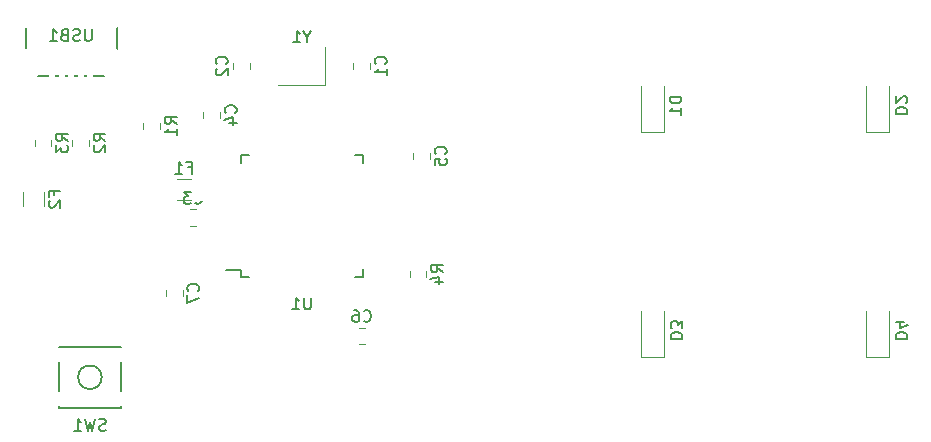
<source format=gbr>
G04 #@! TF.GenerationSoftware,KiCad,Pcbnew,(5.1.4)-1*
G04 #@! TF.CreationDate,2022-05-22T19:09:44+08:00*
G04 #@! TF.ProjectId,keyboard-pcb-tutorial,6b657962-6f61-4726-942d-7063622d7475,rev?*
G04 #@! TF.SameCoordinates,Original*
G04 #@! TF.FileFunction,Legend,Bot*
G04 #@! TF.FilePolarity,Positive*
%FSLAX46Y46*%
G04 Gerber Fmt 4.6, Leading zero omitted, Abs format (unit mm)*
G04 Created by KiCad (PCBNEW (5.1.4)-1) date 2022-05-22 19:09:44*
%MOMM*%
%LPD*%
G04 APERTURE LIST*
%ADD10C,0.120000*%
%ADD11C,0.150000*%
%ADD12C,0.100000*%
%ADD13C,1.077000*%
%ADD14C,1.852000*%
%ADD15C,2.352000*%
%ADD16C,4.089800*%
%ADD17C,2.352000*%
%ADD18C,1.352000*%
%ADD19R,1.502000X1.302000*%
%ADD20O,1.802000X2.802000*%
%ADD21R,0.602000X2.352000*%
%ADD22R,0.652000X1.602000*%
%ADD23R,1.602000X0.652000*%
%ADD24R,1.902000X1.202000*%
%ADD25R,1.302000X1.002000*%
G04 APERTURE END LIST*
D10*
X109621250Y-93127328D02*
X109621250Y-92610172D01*
X111041250Y-93127328D02*
X111041250Y-92610172D01*
X108552064Y-100128750D02*
X107347936Y-100128750D01*
X108552064Y-98308750D02*
X107347936Y-98308750D01*
X98508750Y-95508578D02*
X98508750Y-94991422D01*
X99928750Y-95508578D02*
X99928750Y-94991422D01*
X119951250Y-90391250D02*
X115951250Y-90391250D01*
X119951250Y-87091250D02*
X119951250Y-90391250D01*
D11*
X94575000Y-84137500D02*
X94575000Y-89587500D01*
X102275000Y-84137500D02*
X102275000Y-89587500D01*
X94575000Y-89587500D02*
X102275000Y-89587500D01*
X112776250Y-106041250D02*
X111501250Y-106041250D01*
X123126250Y-106616250D02*
X122451250Y-106616250D01*
X123126250Y-96266250D02*
X122451250Y-96266250D01*
X112776250Y-96266250D02*
X113451250Y-96266250D01*
X112776250Y-106616250D02*
X113451250Y-106616250D01*
X112776250Y-96266250D02*
X112776250Y-96941250D01*
X123126250Y-96266250D02*
X123126250Y-96941250D01*
X123126250Y-106616250D02*
X123126250Y-105941250D01*
X112776250Y-106616250D02*
X112776250Y-106041250D01*
X102612500Y-112493750D02*
X97412500Y-112493750D01*
X97412500Y-112493750D02*
X97412500Y-117693750D01*
X97412500Y-117693750D02*
X102612500Y-117693750D01*
X102612500Y-117693750D02*
X102612500Y-112493750D01*
X101012500Y-115093750D02*
G75*
G03X101012500Y-115093750I-1000000J0D01*
G01*
D10*
X127083750Y-106621078D02*
X127083750Y-106103922D01*
X128503750Y-106621078D02*
X128503750Y-106103922D01*
X95333750Y-95508578D02*
X95333750Y-94991422D01*
X96753750Y-95508578D02*
X96753750Y-94991422D01*
X104541250Y-94079828D02*
X104541250Y-93562672D01*
X105961250Y-94079828D02*
X105961250Y-93562672D01*
X94340000Y-100614564D02*
X94340000Y-99410436D01*
X96160000Y-100614564D02*
X96160000Y-99410436D01*
X167687500Y-113375000D02*
X167687500Y-109475000D01*
X165687500Y-113375000D02*
X165687500Y-109475000D01*
X167687500Y-113375000D02*
X165687500Y-113375000D01*
X148637500Y-113375000D02*
X148637500Y-109475000D01*
X146637500Y-113375000D02*
X146637500Y-109475000D01*
X148637500Y-113375000D02*
X146637500Y-113375000D01*
X167687500Y-94325000D02*
X167687500Y-90425000D01*
X165687500Y-94325000D02*
X165687500Y-90425000D01*
X167687500Y-94325000D02*
X165687500Y-94325000D01*
X148637500Y-94325000D02*
X148637500Y-90425000D01*
X146637500Y-94325000D02*
X146637500Y-90425000D01*
X148637500Y-94325000D02*
X146637500Y-94325000D01*
X106446250Y-108208578D02*
X106446250Y-107691422D01*
X107866250Y-108208578D02*
X107866250Y-107691422D01*
X123289828Y-112311250D02*
X122772672Y-112311250D01*
X123289828Y-110891250D02*
X122772672Y-110891250D01*
X127401250Y-96619828D02*
X127401250Y-96102672D01*
X128821250Y-96619828D02*
X128821250Y-96102672D01*
X109002328Y-102310000D02*
X108485172Y-102310000D01*
X109002328Y-100890000D02*
X108485172Y-100890000D01*
X113581250Y-88482672D02*
X113581250Y-88999828D01*
X112161250Y-88482672D02*
X112161250Y-88999828D01*
X122321250Y-88999828D02*
X122321250Y-88482672D01*
X123741250Y-88999828D02*
X123741250Y-88482672D01*
D11*
X112338392Y-92702083D02*
X112386011Y-92654464D01*
X112433630Y-92511607D01*
X112433630Y-92416369D01*
X112386011Y-92273511D01*
X112290773Y-92178273D01*
X112195535Y-92130654D01*
X112005059Y-92083035D01*
X111862202Y-92083035D01*
X111671726Y-92130654D01*
X111576488Y-92178273D01*
X111481250Y-92273511D01*
X111433630Y-92416369D01*
X111433630Y-92511607D01*
X111481250Y-92654464D01*
X111528869Y-92702083D01*
X111766964Y-93559226D02*
X112433630Y-93559226D01*
X111386011Y-93321130D02*
X112100297Y-93083035D01*
X112100297Y-93702083D01*
X108283333Y-97327321D02*
X108616666Y-97327321D01*
X108616666Y-97851130D02*
X108616666Y-96851130D01*
X108140476Y-96851130D01*
X107235714Y-97851130D02*
X107807142Y-97851130D01*
X107521428Y-97851130D02*
X107521428Y-96851130D01*
X107616666Y-96993988D01*
X107711904Y-97089226D01*
X107807142Y-97136845D01*
X101321130Y-95083333D02*
X100844940Y-94750000D01*
X101321130Y-94511904D02*
X100321130Y-94511904D01*
X100321130Y-94892857D01*
X100368750Y-94988095D01*
X100416369Y-95035714D01*
X100511607Y-95083333D01*
X100654464Y-95083333D01*
X100749702Y-95035714D01*
X100797321Y-94988095D01*
X100844940Y-94892857D01*
X100844940Y-94511904D01*
X100416369Y-95464285D02*
X100368750Y-95511904D01*
X100321130Y-95607142D01*
X100321130Y-95845238D01*
X100368750Y-95940476D01*
X100416369Y-95988095D01*
X100511607Y-96035714D01*
X100606845Y-96035714D01*
X100749702Y-95988095D01*
X101321130Y-95416666D01*
X101321130Y-96035714D01*
X118427440Y-86267440D02*
X118427440Y-86743630D01*
X118760773Y-85743630D02*
X118427440Y-86267440D01*
X118094107Y-85743630D01*
X117236964Y-86743630D02*
X117808392Y-86743630D01*
X117522678Y-86743630D02*
X117522678Y-85743630D01*
X117617916Y-85886488D01*
X117713154Y-85981726D01*
X117808392Y-86029345D01*
X100163095Y-85621880D02*
X100163095Y-86431404D01*
X100115476Y-86526642D01*
X100067857Y-86574261D01*
X99972619Y-86621880D01*
X99782142Y-86621880D01*
X99686904Y-86574261D01*
X99639285Y-86526642D01*
X99591666Y-86431404D01*
X99591666Y-85621880D01*
X99163095Y-86574261D02*
X99020238Y-86621880D01*
X98782142Y-86621880D01*
X98686904Y-86574261D01*
X98639285Y-86526642D01*
X98591666Y-86431404D01*
X98591666Y-86336166D01*
X98639285Y-86240928D01*
X98686904Y-86193309D01*
X98782142Y-86145690D01*
X98972619Y-86098071D01*
X99067857Y-86050452D01*
X99115476Y-86002833D01*
X99163095Y-85907595D01*
X99163095Y-85812357D01*
X99115476Y-85717119D01*
X99067857Y-85669500D01*
X98972619Y-85621880D01*
X98734523Y-85621880D01*
X98591666Y-85669500D01*
X97829761Y-86098071D02*
X97686904Y-86145690D01*
X97639285Y-86193309D01*
X97591666Y-86288547D01*
X97591666Y-86431404D01*
X97639285Y-86526642D01*
X97686904Y-86574261D01*
X97782142Y-86621880D01*
X98163095Y-86621880D01*
X98163095Y-85621880D01*
X97829761Y-85621880D01*
X97734523Y-85669500D01*
X97686904Y-85717119D01*
X97639285Y-85812357D01*
X97639285Y-85907595D01*
X97686904Y-86002833D01*
X97734523Y-86050452D01*
X97829761Y-86098071D01*
X98163095Y-86098071D01*
X96639285Y-86621880D02*
X97210714Y-86621880D01*
X96925000Y-86621880D02*
X96925000Y-85621880D01*
X97020238Y-85764738D01*
X97115476Y-85859976D01*
X97210714Y-85907595D01*
X118713154Y-108343630D02*
X118713154Y-109153154D01*
X118665535Y-109248392D01*
X118617916Y-109296011D01*
X118522678Y-109343630D01*
X118332202Y-109343630D01*
X118236964Y-109296011D01*
X118189345Y-109248392D01*
X118141726Y-109153154D01*
X118141726Y-108343630D01*
X117141726Y-109343630D02*
X117713154Y-109343630D01*
X117427440Y-109343630D02*
X117427440Y-108343630D01*
X117522678Y-108486488D01*
X117617916Y-108581726D01*
X117713154Y-108629345D01*
X101345833Y-119562511D02*
X101202976Y-119610130D01*
X100964880Y-119610130D01*
X100869642Y-119562511D01*
X100822023Y-119514892D01*
X100774404Y-119419654D01*
X100774404Y-119324416D01*
X100822023Y-119229178D01*
X100869642Y-119181559D01*
X100964880Y-119133940D01*
X101155357Y-119086321D01*
X101250595Y-119038702D01*
X101298214Y-118991083D01*
X101345833Y-118895845D01*
X101345833Y-118800607D01*
X101298214Y-118705369D01*
X101250595Y-118657750D01*
X101155357Y-118610130D01*
X100917261Y-118610130D01*
X100774404Y-118657750D01*
X100441071Y-118610130D02*
X100202976Y-119610130D01*
X100012500Y-118895845D01*
X99822023Y-119610130D01*
X99583928Y-118610130D01*
X98679166Y-119610130D02*
X99250595Y-119610130D01*
X98964880Y-119610130D02*
X98964880Y-118610130D01*
X99060119Y-118752988D01*
X99155357Y-118848226D01*
X99250595Y-118895845D01*
X129896130Y-106195833D02*
X129419940Y-105862500D01*
X129896130Y-105624404D02*
X128896130Y-105624404D01*
X128896130Y-106005357D01*
X128943750Y-106100595D01*
X128991369Y-106148214D01*
X129086607Y-106195833D01*
X129229464Y-106195833D01*
X129324702Y-106148214D01*
X129372321Y-106100595D01*
X129419940Y-106005357D01*
X129419940Y-105624404D01*
X129229464Y-107052976D02*
X129896130Y-107052976D01*
X128848511Y-106814880D02*
X129562797Y-106576785D01*
X129562797Y-107195833D01*
X98146130Y-95083333D02*
X97669940Y-94750000D01*
X98146130Y-94511904D02*
X97146130Y-94511904D01*
X97146130Y-94892857D01*
X97193750Y-94988095D01*
X97241369Y-95035714D01*
X97336607Y-95083333D01*
X97479464Y-95083333D01*
X97574702Y-95035714D01*
X97622321Y-94988095D01*
X97669940Y-94892857D01*
X97669940Y-94511904D01*
X97146130Y-95416666D02*
X97146130Y-96035714D01*
X97527083Y-95702380D01*
X97527083Y-95845238D01*
X97574702Y-95940476D01*
X97622321Y-95988095D01*
X97717559Y-96035714D01*
X97955654Y-96035714D01*
X98050892Y-95988095D01*
X98098511Y-95940476D01*
X98146130Y-95845238D01*
X98146130Y-95559523D01*
X98098511Y-95464285D01*
X98050892Y-95416666D01*
X107353630Y-93654583D02*
X106877440Y-93321250D01*
X107353630Y-93083154D02*
X106353630Y-93083154D01*
X106353630Y-93464107D01*
X106401250Y-93559345D01*
X106448869Y-93606964D01*
X106544107Y-93654583D01*
X106686964Y-93654583D01*
X106782202Y-93606964D01*
X106829821Y-93559345D01*
X106877440Y-93464107D01*
X106877440Y-93083154D01*
X107353630Y-94606964D02*
X107353630Y-94035535D01*
X107353630Y-94321250D02*
X106353630Y-94321250D01*
X106496488Y-94226011D01*
X106591726Y-94130773D01*
X106639345Y-94035535D01*
X96998571Y-99679166D02*
X96998571Y-99345833D01*
X97522380Y-99345833D02*
X96522380Y-99345833D01*
X96522380Y-99822023D01*
X96617619Y-100155357D02*
X96570000Y-100202976D01*
X96522380Y-100298214D01*
X96522380Y-100536309D01*
X96570000Y-100631547D01*
X96617619Y-100679166D01*
X96712857Y-100726785D01*
X96808095Y-100726785D01*
X96950952Y-100679166D01*
X97522380Y-100107738D01*
X97522380Y-100726785D01*
X168235119Y-111863095D02*
X169235119Y-111863095D01*
X169235119Y-111625000D01*
X169187500Y-111482142D01*
X169092261Y-111386904D01*
X168997023Y-111339285D01*
X168806547Y-111291666D01*
X168663690Y-111291666D01*
X168473214Y-111339285D01*
X168377976Y-111386904D01*
X168282738Y-111482142D01*
X168235119Y-111625000D01*
X168235119Y-111863095D01*
X168901785Y-110434523D02*
X168235119Y-110434523D01*
X169282738Y-110672619D02*
X168568452Y-110910714D01*
X168568452Y-110291666D01*
X149185119Y-111863095D02*
X150185119Y-111863095D01*
X150185119Y-111625000D01*
X150137500Y-111482142D01*
X150042261Y-111386904D01*
X149947023Y-111339285D01*
X149756547Y-111291666D01*
X149613690Y-111291666D01*
X149423214Y-111339285D01*
X149327976Y-111386904D01*
X149232738Y-111482142D01*
X149185119Y-111625000D01*
X149185119Y-111863095D01*
X150185119Y-110958333D02*
X150185119Y-110339285D01*
X149804166Y-110672619D01*
X149804166Y-110529761D01*
X149756547Y-110434523D01*
X149708928Y-110386904D01*
X149613690Y-110339285D01*
X149375595Y-110339285D01*
X149280357Y-110386904D01*
X149232738Y-110434523D01*
X149185119Y-110529761D01*
X149185119Y-110815476D01*
X149232738Y-110910714D01*
X149280357Y-110958333D01*
X168235119Y-92813095D02*
X169235119Y-92813095D01*
X169235119Y-92575000D01*
X169187500Y-92432142D01*
X169092261Y-92336904D01*
X168997023Y-92289285D01*
X168806547Y-92241666D01*
X168663690Y-92241666D01*
X168473214Y-92289285D01*
X168377976Y-92336904D01*
X168282738Y-92432142D01*
X168235119Y-92575000D01*
X168235119Y-92813095D01*
X169139880Y-91860714D02*
X169187500Y-91813095D01*
X169235119Y-91717857D01*
X169235119Y-91479761D01*
X169187500Y-91384523D01*
X169139880Y-91336904D01*
X169044642Y-91289285D01*
X168949404Y-91289285D01*
X168806547Y-91336904D01*
X168235119Y-91908333D01*
X168235119Y-91289285D01*
X150089880Y-91336904D02*
X149089880Y-91336904D01*
X149089880Y-91575000D01*
X149137500Y-91717857D01*
X149232738Y-91813095D01*
X149327976Y-91860714D01*
X149518452Y-91908333D01*
X149661309Y-91908333D01*
X149851785Y-91860714D01*
X149947023Y-91813095D01*
X150042261Y-91717857D01*
X150089880Y-91575000D01*
X150089880Y-91336904D01*
X150089880Y-92860714D02*
X150089880Y-92289285D01*
X150089880Y-92575000D02*
X149089880Y-92575000D01*
X149232738Y-92479761D01*
X149327976Y-92384523D01*
X149375595Y-92289285D01*
X109163392Y-107783333D02*
X109211011Y-107735714D01*
X109258630Y-107592857D01*
X109258630Y-107497619D01*
X109211011Y-107354761D01*
X109115773Y-107259523D01*
X109020535Y-107211904D01*
X108830059Y-107164285D01*
X108687202Y-107164285D01*
X108496726Y-107211904D01*
X108401488Y-107259523D01*
X108306250Y-107354761D01*
X108258630Y-107497619D01*
X108258630Y-107592857D01*
X108306250Y-107735714D01*
X108353869Y-107783333D01*
X108258630Y-108116666D02*
X108258630Y-108783333D01*
X109258630Y-108354761D01*
X123197916Y-110308392D02*
X123245535Y-110356011D01*
X123388392Y-110403630D01*
X123483630Y-110403630D01*
X123626488Y-110356011D01*
X123721726Y-110260773D01*
X123769345Y-110165535D01*
X123816964Y-109975059D01*
X123816964Y-109832202D01*
X123769345Y-109641726D01*
X123721726Y-109546488D01*
X123626488Y-109451250D01*
X123483630Y-109403630D01*
X123388392Y-109403630D01*
X123245535Y-109451250D01*
X123197916Y-109498869D01*
X122340773Y-109403630D02*
X122531250Y-109403630D01*
X122626488Y-109451250D01*
X122674107Y-109498869D01*
X122769345Y-109641726D01*
X122816964Y-109832202D01*
X122816964Y-110213154D01*
X122769345Y-110308392D01*
X122721726Y-110356011D01*
X122626488Y-110403630D01*
X122436011Y-110403630D01*
X122340773Y-110356011D01*
X122293154Y-110308392D01*
X122245535Y-110213154D01*
X122245535Y-109975059D01*
X122293154Y-109879821D01*
X122340773Y-109832202D01*
X122436011Y-109784583D01*
X122626488Y-109784583D01*
X122721726Y-109832202D01*
X122769345Y-109879821D01*
X122816964Y-109975059D01*
X130118392Y-96194583D02*
X130166011Y-96146964D01*
X130213630Y-96004107D01*
X130213630Y-95908869D01*
X130166011Y-95766011D01*
X130070773Y-95670773D01*
X129975535Y-95623154D01*
X129785059Y-95575535D01*
X129642202Y-95575535D01*
X129451726Y-95623154D01*
X129356488Y-95670773D01*
X129261250Y-95766011D01*
X129213630Y-95908869D01*
X129213630Y-96004107D01*
X129261250Y-96146964D01*
X129308869Y-96194583D01*
X129213630Y-97099345D02*
X129213630Y-96623154D01*
X129689821Y-96575535D01*
X129642202Y-96623154D01*
X129594583Y-96718392D01*
X129594583Y-96956488D01*
X129642202Y-97051726D01*
X129689821Y-97099345D01*
X129785059Y-97146964D01*
X130023154Y-97146964D01*
X130118392Y-97099345D01*
X130166011Y-97051726D01*
X130213630Y-96956488D01*
X130213630Y-96718392D01*
X130166011Y-96623154D01*
X130118392Y-96575535D01*
X108910416Y-100307142D02*
X108958035Y-100354761D01*
X109100892Y-100402380D01*
X109196130Y-100402380D01*
X109338988Y-100354761D01*
X109434226Y-100259523D01*
X109481845Y-100164285D01*
X109529464Y-99973809D01*
X109529464Y-99830952D01*
X109481845Y-99640476D01*
X109434226Y-99545238D01*
X109338988Y-99450000D01*
X109196130Y-99402380D01*
X109100892Y-99402380D01*
X108958035Y-99450000D01*
X108910416Y-99497619D01*
X108577083Y-99402380D02*
X107958035Y-99402380D01*
X108291369Y-99783333D01*
X108148511Y-99783333D01*
X108053273Y-99830952D01*
X108005654Y-99878571D01*
X107958035Y-99973809D01*
X107958035Y-100211904D01*
X108005654Y-100307142D01*
X108053273Y-100354761D01*
X108148511Y-100402380D01*
X108434226Y-100402380D01*
X108529464Y-100354761D01*
X108577083Y-100307142D01*
X111578392Y-88574583D02*
X111626011Y-88526964D01*
X111673630Y-88384107D01*
X111673630Y-88288869D01*
X111626011Y-88146011D01*
X111530773Y-88050773D01*
X111435535Y-88003154D01*
X111245059Y-87955535D01*
X111102202Y-87955535D01*
X110911726Y-88003154D01*
X110816488Y-88050773D01*
X110721250Y-88146011D01*
X110673630Y-88288869D01*
X110673630Y-88384107D01*
X110721250Y-88526964D01*
X110768869Y-88574583D01*
X110768869Y-88955535D02*
X110721250Y-89003154D01*
X110673630Y-89098392D01*
X110673630Y-89336488D01*
X110721250Y-89431726D01*
X110768869Y-89479345D01*
X110864107Y-89526964D01*
X110959345Y-89526964D01*
X111102202Y-89479345D01*
X111673630Y-88907916D01*
X111673630Y-89526964D01*
X125038392Y-88574583D02*
X125086011Y-88526964D01*
X125133630Y-88384107D01*
X125133630Y-88288869D01*
X125086011Y-88146011D01*
X124990773Y-88050773D01*
X124895535Y-88003154D01*
X124705059Y-87955535D01*
X124562202Y-87955535D01*
X124371726Y-88003154D01*
X124276488Y-88050773D01*
X124181250Y-88146011D01*
X124133630Y-88288869D01*
X124133630Y-88384107D01*
X124181250Y-88526964D01*
X124228869Y-88574583D01*
X125133630Y-89526964D02*
X125133630Y-88955535D01*
X125133630Y-89241250D02*
X124133630Y-89241250D01*
X124276488Y-89146011D01*
X124371726Y-89050773D01*
X124419345Y-88955535D01*
%LPC*%
D12*
G36*
X110839391Y-91394047D02*
G01*
X110865528Y-91397924D01*
X110891159Y-91404344D01*
X110916038Y-91413245D01*
X110939924Y-91424543D01*
X110962587Y-91438127D01*
X110983810Y-91453867D01*
X111003389Y-91471611D01*
X111021133Y-91491190D01*
X111036873Y-91512413D01*
X111050457Y-91535076D01*
X111061755Y-91558962D01*
X111070656Y-91583841D01*
X111077076Y-91609472D01*
X111080953Y-91635609D01*
X111082250Y-91662000D01*
X111082250Y-92200500D01*
X111080953Y-92226891D01*
X111077076Y-92253028D01*
X111070656Y-92278659D01*
X111061755Y-92303538D01*
X111050457Y-92327424D01*
X111036873Y-92350087D01*
X111021133Y-92371310D01*
X111003389Y-92390889D01*
X110983810Y-92408633D01*
X110962587Y-92424373D01*
X110939924Y-92437957D01*
X110916038Y-92449255D01*
X110891159Y-92458156D01*
X110865528Y-92464576D01*
X110839391Y-92468453D01*
X110813000Y-92469750D01*
X109849500Y-92469750D01*
X109823109Y-92468453D01*
X109796972Y-92464576D01*
X109771341Y-92458156D01*
X109746462Y-92449255D01*
X109722576Y-92437957D01*
X109699913Y-92424373D01*
X109678690Y-92408633D01*
X109659111Y-92390889D01*
X109641367Y-92371310D01*
X109625627Y-92350087D01*
X109612043Y-92327424D01*
X109600745Y-92303538D01*
X109591844Y-92278659D01*
X109585424Y-92253028D01*
X109581547Y-92226891D01*
X109580250Y-92200500D01*
X109580250Y-91662000D01*
X109581547Y-91635609D01*
X109585424Y-91609472D01*
X109591844Y-91583841D01*
X109600745Y-91558962D01*
X109612043Y-91535076D01*
X109625627Y-91512413D01*
X109641367Y-91491190D01*
X109659111Y-91471611D01*
X109678690Y-91453867D01*
X109699913Y-91438127D01*
X109722576Y-91424543D01*
X109746462Y-91413245D01*
X109771341Y-91404344D01*
X109796972Y-91397924D01*
X109823109Y-91394047D01*
X109849500Y-91392750D01*
X110813000Y-91392750D01*
X110839391Y-91394047D01*
X110839391Y-91394047D01*
G37*
D13*
X110331250Y-91931250D03*
D12*
G36*
X110839391Y-93269047D02*
G01*
X110865528Y-93272924D01*
X110891159Y-93279344D01*
X110916038Y-93288245D01*
X110939924Y-93299543D01*
X110962587Y-93313127D01*
X110983810Y-93328867D01*
X111003389Y-93346611D01*
X111021133Y-93366190D01*
X111036873Y-93387413D01*
X111050457Y-93410076D01*
X111061755Y-93433962D01*
X111070656Y-93458841D01*
X111077076Y-93484472D01*
X111080953Y-93510609D01*
X111082250Y-93537000D01*
X111082250Y-94075500D01*
X111080953Y-94101891D01*
X111077076Y-94128028D01*
X111070656Y-94153659D01*
X111061755Y-94178538D01*
X111050457Y-94202424D01*
X111036873Y-94225087D01*
X111021133Y-94246310D01*
X111003389Y-94265889D01*
X110983810Y-94283633D01*
X110962587Y-94299373D01*
X110939924Y-94312957D01*
X110916038Y-94324255D01*
X110891159Y-94333156D01*
X110865528Y-94339576D01*
X110839391Y-94343453D01*
X110813000Y-94344750D01*
X109849500Y-94344750D01*
X109823109Y-94343453D01*
X109796972Y-94339576D01*
X109771341Y-94333156D01*
X109746462Y-94324255D01*
X109722576Y-94312957D01*
X109699913Y-94299373D01*
X109678690Y-94283633D01*
X109659111Y-94265889D01*
X109641367Y-94246310D01*
X109625627Y-94225087D01*
X109612043Y-94202424D01*
X109600745Y-94178538D01*
X109591844Y-94153659D01*
X109585424Y-94128028D01*
X109581547Y-94101891D01*
X109580250Y-94075500D01*
X109580250Y-93537000D01*
X109581547Y-93510609D01*
X109585424Y-93484472D01*
X109591844Y-93458841D01*
X109600745Y-93433962D01*
X109612043Y-93410076D01*
X109625627Y-93387413D01*
X109641367Y-93366190D01*
X109659111Y-93346611D01*
X109678690Y-93328867D01*
X109699913Y-93313127D01*
X109722576Y-93299543D01*
X109746462Y-93288245D01*
X109771341Y-93279344D01*
X109796972Y-93272924D01*
X109823109Y-93269047D01*
X109849500Y-93267750D01*
X110813000Y-93267750D01*
X110839391Y-93269047D01*
X110839391Y-93269047D01*
G37*
D13*
X110331250Y-93806250D03*
D14*
X144780000Y-111125000D03*
X134620000Y-111125000D03*
D15*
X137200000Y-107125000D03*
D16*
X139700000Y-111125000D03*
D15*
X136545001Y-107855000D03*
D17*
X135890000Y-108585000D02*
X137200002Y-107125000D01*
D15*
X142240000Y-106045000D03*
X142220000Y-106335000D03*
D17*
X142200000Y-106625000D02*
X142240000Y-106045000D01*
D12*
G36*
X106982104Y-98294052D02*
G01*
X107008352Y-98297946D01*
X107034093Y-98304393D01*
X107059078Y-98313333D01*
X107083066Y-98324678D01*
X107105826Y-98338321D01*
X107127140Y-98354128D01*
X107146802Y-98371948D01*
X107164622Y-98391610D01*
X107180429Y-98412924D01*
X107194072Y-98435684D01*
X107205417Y-98459672D01*
X107214357Y-98484657D01*
X107220804Y-98510398D01*
X107224698Y-98536646D01*
X107226000Y-98563150D01*
X107226000Y-99874350D01*
X107224698Y-99900854D01*
X107220804Y-99927102D01*
X107214357Y-99952843D01*
X107205417Y-99977828D01*
X107194072Y-100001816D01*
X107180429Y-100024576D01*
X107164622Y-100045890D01*
X107146802Y-100065552D01*
X107127140Y-100083372D01*
X107105826Y-100099179D01*
X107083066Y-100112822D01*
X107059078Y-100124167D01*
X107034093Y-100133107D01*
X107008352Y-100139554D01*
X106982104Y-100143448D01*
X106955600Y-100144750D01*
X106144400Y-100144750D01*
X106117896Y-100143448D01*
X106091648Y-100139554D01*
X106065907Y-100133107D01*
X106040922Y-100124167D01*
X106016934Y-100112822D01*
X105994174Y-100099179D01*
X105972860Y-100083372D01*
X105953198Y-100065552D01*
X105935378Y-100045890D01*
X105919571Y-100024576D01*
X105905928Y-100001816D01*
X105894583Y-99977828D01*
X105885643Y-99952843D01*
X105879196Y-99927102D01*
X105875302Y-99900854D01*
X105874000Y-99874350D01*
X105874000Y-98563150D01*
X105875302Y-98536646D01*
X105879196Y-98510398D01*
X105885643Y-98484657D01*
X105894583Y-98459672D01*
X105905928Y-98435684D01*
X105919571Y-98412924D01*
X105935378Y-98391610D01*
X105953198Y-98371948D01*
X105972860Y-98354128D01*
X105994174Y-98338321D01*
X106016934Y-98324678D01*
X106040922Y-98313333D01*
X106065907Y-98304393D01*
X106091648Y-98297946D01*
X106117896Y-98294052D01*
X106144400Y-98292750D01*
X106955600Y-98292750D01*
X106982104Y-98294052D01*
X106982104Y-98294052D01*
G37*
D18*
X106550000Y-99218750D03*
D12*
G36*
X109782104Y-98294052D02*
G01*
X109808352Y-98297946D01*
X109834093Y-98304393D01*
X109859078Y-98313333D01*
X109883066Y-98324678D01*
X109905826Y-98338321D01*
X109927140Y-98354128D01*
X109946802Y-98371948D01*
X109964622Y-98391610D01*
X109980429Y-98412924D01*
X109994072Y-98435684D01*
X110005417Y-98459672D01*
X110014357Y-98484657D01*
X110020804Y-98510398D01*
X110024698Y-98536646D01*
X110026000Y-98563150D01*
X110026000Y-99874350D01*
X110024698Y-99900854D01*
X110020804Y-99927102D01*
X110014357Y-99952843D01*
X110005417Y-99977828D01*
X109994072Y-100001816D01*
X109980429Y-100024576D01*
X109964622Y-100045890D01*
X109946802Y-100065552D01*
X109927140Y-100083372D01*
X109905826Y-100099179D01*
X109883066Y-100112822D01*
X109859078Y-100124167D01*
X109834093Y-100133107D01*
X109808352Y-100139554D01*
X109782104Y-100143448D01*
X109755600Y-100144750D01*
X108944400Y-100144750D01*
X108917896Y-100143448D01*
X108891648Y-100139554D01*
X108865907Y-100133107D01*
X108840922Y-100124167D01*
X108816934Y-100112822D01*
X108794174Y-100099179D01*
X108772860Y-100083372D01*
X108753198Y-100065552D01*
X108735378Y-100045890D01*
X108719571Y-100024576D01*
X108705928Y-100001816D01*
X108694583Y-99977828D01*
X108685643Y-99952843D01*
X108679196Y-99927102D01*
X108675302Y-99900854D01*
X108674000Y-99874350D01*
X108674000Y-98563150D01*
X108675302Y-98536646D01*
X108679196Y-98510398D01*
X108685643Y-98484657D01*
X108694583Y-98459672D01*
X108705928Y-98435684D01*
X108719571Y-98412924D01*
X108735378Y-98391610D01*
X108753198Y-98371948D01*
X108772860Y-98354128D01*
X108794174Y-98338321D01*
X108816934Y-98324678D01*
X108840922Y-98313333D01*
X108865907Y-98304393D01*
X108891648Y-98297946D01*
X108917896Y-98294052D01*
X108944400Y-98292750D01*
X109755600Y-98292750D01*
X109782104Y-98294052D01*
X109782104Y-98294052D01*
G37*
D18*
X109350000Y-99218750D03*
D12*
G36*
X99726891Y-93775297D02*
G01*
X99753028Y-93779174D01*
X99778659Y-93785594D01*
X99803538Y-93794495D01*
X99827424Y-93805793D01*
X99850087Y-93819377D01*
X99871310Y-93835117D01*
X99890889Y-93852861D01*
X99908633Y-93872440D01*
X99924373Y-93893663D01*
X99937957Y-93916326D01*
X99949255Y-93940212D01*
X99958156Y-93965091D01*
X99964576Y-93990722D01*
X99968453Y-94016859D01*
X99969750Y-94043250D01*
X99969750Y-94581750D01*
X99968453Y-94608141D01*
X99964576Y-94634278D01*
X99958156Y-94659909D01*
X99949255Y-94684788D01*
X99937957Y-94708674D01*
X99924373Y-94731337D01*
X99908633Y-94752560D01*
X99890889Y-94772139D01*
X99871310Y-94789883D01*
X99850087Y-94805623D01*
X99827424Y-94819207D01*
X99803538Y-94830505D01*
X99778659Y-94839406D01*
X99753028Y-94845826D01*
X99726891Y-94849703D01*
X99700500Y-94851000D01*
X98737000Y-94851000D01*
X98710609Y-94849703D01*
X98684472Y-94845826D01*
X98658841Y-94839406D01*
X98633962Y-94830505D01*
X98610076Y-94819207D01*
X98587413Y-94805623D01*
X98566190Y-94789883D01*
X98546611Y-94772139D01*
X98528867Y-94752560D01*
X98513127Y-94731337D01*
X98499543Y-94708674D01*
X98488245Y-94684788D01*
X98479344Y-94659909D01*
X98472924Y-94634278D01*
X98469047Y-94608141D01*
X98467750Y-94581750D01*
X98467750Y-94043250D01*
X98469047Y-94016859D01*
X98472924Y-93990722D01*
X98479344Y-93965091D01*
X98488245Y-93940212D01*
X98499543Y-93916326D01*
X98513127Y-93893663D01*
X98528867Y-93872440D01*
X98546611Y-93852861D01*
X98566190Y-93835117D01*
X98587413Y-93819377D01*
X98610076Y-93805793D01*
X98633962Y-93794495D01*
X98658841Y-93785594D01*
X98684472Y-93779174D01*
X98710609Y-93775297D01*
X98737000Y-93774000D01*
X99700500Y-93774000D01*
X99726891Y-93775297D01*
X99726891Y-93775297D01*
G37*
D13*
X99218750Y-94312500D03*
D12*
G36*
X99726891Y-95650297D02*
G01*
X99753028Y-95654174D01*
X99778659Y-95660594D01*
X99803538Y-95669495D01*
X99827424Y-95680793D01*
X99850087Y-95694377D01*
X99871310Y-95710117D01*
X99890889Y-95727861D01*
X99908633Y-95747440D01*
X99924373Y-95768663D01*
X99937957Y-95791326D01*
X99949255Y-95815212D01*
X99958156Y-95840091D01*
X99964576Y-95865722D01*
X99968453Y-95891859D01*
X99969750Y-95918250D01*
X99969750Y-96456750D01*
X99968453Y-96483141D01*
X99964576Y-96509278D01*
X99958156Y-96534909D01*
X99949255Y-96559788D01*
X99937957Y-96583674D01*
X99924373Y-96606337D01*
X99908633Y-96627560D01*
X99890889Y-96647139D01*
X99871310Y-96664883D01*
X99850087Y-96680623D01*
X99827424Y-96694207D01*
X99803538Y-96705505D01*
X99778659Y-96714406D01*
X99753028Y-96720826D01*
X99726891Y-96724703D01*
X99700500Y-96726000D01*
X98737000Y-96726000D01*
X98710609Y-96724703D01*
X98684472Y-96720826D01*
X98658841Y-96714406D01*
X98633962Y-96705505D01*
X98610076Y-96694207D01*
X98587413Y-96680623D01*
X98566190Y-96664883D01*
X98546611Y-96647139D01*
X98528867Y-96627560D01*
X98513127Y-96606337D01*
X98499543Y-96583674D01*
X98488245Y-96559788D01*
X98479344Y-96534909D01*
X98472924Y-96509278D01*
X98469047Y-96483141D01*
X98467750Y-96456750D01*
X98467750Y-95918250D01*
X98469047Y-95891859D01*
X98472924Y-95865722D01*
X98479344Y-95840091D01*
X98488245Y-95815212D01*
X98499543Y-95791326D01*
X98513127Y-95768663D01*
X98528867Y-95747440D01*
X98546611Y-95727861D01*
X98566190Y-95710117D01*
X98587413Y-95694377D01*
X98610076Y-95680793D01*
X98633962Y-95669495D01*
X98658841Y-95660594D01*
X98684472Y-95654174D01*
X98710609Y-95650297D01*
X98737000Y-95649000D01*
X99700500Y-95649000D01*
X99726891Y-95650297D01*
X99726891Y-95650297D01*
G37*
D13*
X99218750Y-96187500D03*
D19*
X119051250Y-87891250D03*
X116851250Y-87891250D03*
X116851250Y-89591250D03*
X119051250Y-89591250D03*
D20*
X94775000Y-84137500D03*
X102075000Y-84137500D03*
X102075000Y-88637500D03*
X94775000Y-88637500D03*
D21*
X96825000Y-88637500D03*
X97625000Y-88637500D03*
X98425000Y-88637500D03*
X99225000Y-88637500D03*
X100025000Y-88637500D03*
D22*
X113951250Y-107141250D03*
X114751250Y-107141250D03*
X115551250Y-107141250D03*
X116351250Y-107141250D03*
X117151250Y-107141250D03*
X117951250Y-107141250D03*
X118751250Y-107141250D03*
X119551250Y-107141250D03*
X120351250Y-107141250D03*
X121151250Y-107141250D03*
X121951250Y-107141250D03*
D23*
X123651250Y-105441250D03*
X123651250Y-104641250D03*
X123651250Y-103841250D03*
X123651250Y-103041250D03*
X123651250Y-102241250D03*
X123651250Y-101441250D03*
X123651250Y-100641250D03*
X123651250Y-99841250D03*
X123651250Y-99041250D03*
X123651250Y-98241250D03*
X123651250Y-97441250D03*
D22*
X121951250Y-95741250D03*
X121151250Y-95741250D03*
X120351250Y-95741250D03*
X119551250Y-95741250D03*
X118751250Y-95741250D03*
X117951250Y-95741250D03*
X117151250Y-95741250D03*
X116351250Y-95741250D03*
X115551250Y-95741250D03*
X114751250Y-95741250D03*
X113951250Y-95741250D03*
D23*
X112251250Y-97441250D03*
X112251250Y-98241250D03*
X112251250Y-99041250D03*
X112251250Y-99841250D03*
X112251250Y-100641250D03*
X112251250Y-101441250D03*
X112251250Y-102241250D03*
X112251250Y-103041250D03*
X112251250Y-103841250D03*
X112251250Y-104641250D03*
X112251250Y-105441250D03*
D24*
X103112500Y-116943750D03*
X96912500Y-113243750D03*
X103112500Y-113243750D03*
X96912500Y-116943750D03*
D12*
G36*
X128301891Y-104887797D02*
G01*
X128328028Y-104891674D01*
X128353659Y-104898094D01*
X128378538Y-104906995D01*
X128402424Y-104918293D01*
X128425087Y-104931877D01*
X128446310Y-104947617D01*
X128465889Y-104965361D01*
X128483633Y-104984940D01*
X128499373Y-105006163D01*
X128512957Y-105028826D01*
X128524255Y-105052712D01*
X128533156Y-105077591D01*
X128539576Y-105103222D01*
X128543453Y-105129359D01*
X128544750Y-105155750D01*
X128544750Y-105694250D01*
X128543453Y-105720641D01*
X128539576Y-105746778D01*
X128533156Y-105772409D01*
X128524255Y-105797288D01*
X128512957Y-105821174D01*
X128499373Y-105843837D01*
X128483633Y-105865060D01*
X128465889Y-105884639D01*
X128446310Y-105902383D01*
X128425087Y-105918123D01*
X128402424Y-105931707D01*
X128378538Y-105943005D01*
X128353659Y-105951906D01*
X128328028Y-105958326D01*
X128301891Y-105962203D01*
X128275500Y-105963500D01*
X127312000Y-105963500D01*
X127285609Y-105962203D01*
X127259472Y-105958326D01*
X127233841Y-105951906D01*
X127208962Y-105943005D01*
X127185076Y-105931707D01*
X127162413Y-105918123D01*
X127141190Y-105902383D01*
X127121611Y-105884639D01*
X127103867Y-105865060D01*
X127088127Y-105843837D01*
X127074543Y-105821174D01*
X127063245Y-105797288D01*
X127054344Y-105772409D01*
X127047924Y-105746778D01*
X127044047Y-105720641D01*
X127042750Y-105694250D01*
X127042750Y-105155750D01*
X127044047Y-105129359D01*
X127047924Y-105103222D01*
X127054344Y-105077591D01*
X127063245Y-105052712D01*
X127074543Y-105028826D01*
X127088127Y-105006163D01*
X127103867Y-104984940D01*
X127121611Y-104965361D01*
X127141190Y-104947617D01*
X127162413Y-104931877D01*
X127185076Y-104918293D01*
X127208962Y-104906995D01*
X127233841Y-104898094D01*
X127259472Y-104891674D01*
X127285609Y-104887797D01*
X127312000Y-104886500D01*
X128275500Y-104886500D01*
X128301891Y-104887797D01*
X128301891Y-104887797D01*
G37*
D13*
X127793750Y-105425000D03*
D12*
G36*
X128301891Y-106762797D02*
G01*
X128328028Y-106766674D01*
X128353659Y-106773094D01*
X128378538Y-106781995D01*
X128402424Y-106793293D01*
X128425087Y-106806877D01*
X128446310Y-106822617D01*
X128465889Y-106840361D01*
X128483633Y-106859940D01*
X128499373Y-106881163D01*
X128512957Y-106903826D01*
X128524255Y-106927712D01*
X128533156Y-106952591D01*
X128539576Y-106978222D01*
X128543453Y-107004359D01*
X128544750Y-107030750D01*
X128544750Y-107569250D01*
X128543453Y-107595641D01*
X128539576Y-107621778D01*
X128533156Y-107647409D01*
X128524255Y-107672288D01*
X128512957Y-107696174D01*
X128499373Y-107718837D01*
X128483633Y-107740060D01*
X128465889Y-107759639D01*
X128446310Y-107777383D01*
X128425087Y-107793123D01*
X128402424Y-107806707D01*
X128378538Y-107818005D01*
X128353659Y-107826906D01*
X128328028Y-107833326D01*
X128301891Y-107837203D01*
X128275500Y-107838500D01*
X127312000Y-107838500D01*
X127285609Y-107837203D01*
X127259472Y-107833326D01*
X127233841Y-107826906D01*
X127208962Y-107818005D01*
X127185076Y-107806707D01*
X127162413Y-107793123D01*
X127141190Y-107777383D01*
X127121611Y-107759639D01*
X127103867Y-107740060D01*
X127088127Y-107718837D01*
X127074543Y-107696174D01*
X127063245Y-107672288D01*
X127054344Y-107647409D01*
X127047924Y-107621778D01*
X127044047Y-107595641D01*
X127042750Y-107569250D01*
X127042750Y-107030750D01*
X127044047Y-107004359D01*
X127047924Y-106978222D01*
X127054344Y-106952591D01*
X127063245Y-106927712D01*
X127074543Y-106903826D01*
X127088127Y-106881163D01*
X127103867Y-106859940D01*
X127121611Y-106840361D01*
X127141190Y-106822617D01*
X127162413Y-106806877D01*
X127185076Y-106793293D01*
X127208962Y-106781995D01*
X127233841Y-106773094D01*
X127259472Y-106766674D01*
X127285609Y-106762797D01*
X127312000Y-106761500D01*
X128275500Y-106761500D01*
X128301891Y-106762797D01*
X128301891Y-106762797D01*
G37*
D13*
X127793750Y-107300000D03*
D12*
G36*
X96551891Y-93775297D02*
G01*
X96578028Y-93779174D01*
X96603659Y-93785594D01*
X96628538Y-93794495D01*
X96652424Y-93805793D01*
X96675087Y-93819377D01*
X96696310Y-93835117D01*
X96715889Y-93852861D01*
X96733633Y-93872440D01*
X96749373Y-93893663D01*
X96762957Y-93916326D01*
X96774255Y-93940212D01*
X96783156Y-93965091D01*
X96789576Y-93990722D01*
X96793453Y-94016859D01*
X96794750Y-94043250D01*
X96794750Y-94581750D01*
X96793453Y-94608141D01*
X96789576Y-94634278D01*
X96783156Y-94659909D01*
X96774255Y-94684788D01*
X96762957Y-94708674D01*
X96749373Y-94731337D01*
X96733633Y-94752560D01*
X96715889Y-94772139D01*
X96696310Y-94789883D01*
X96675087Y-94805623D01*
X96652424Y-94819207D01*
X96628538Y-94830505D01*
X96603659Y-94839406D01*
X96578028Y-94845826D01*
X96551891Y-94849703D01*
X96525500Y-94851000D01*
X95562000Y-94851000D01*
X95535609Y-94849703D01*
X95509472Y-94845826D01*
X95483841Y-94839406D01*
X95458962Y-94830505D01*
X95435076Y-94819207D01*
X95412413Y-94805623D01*
X95391190Y-94789883D01*
X95371611Y-94772139D01*
X95353867Y-94752560D01*
X95338127Y-94731337D01*
X95324543Y-94708674D01*
X95313245Y-94684788D01*
X95304344Y-94659909D01*
X95297924Y-94634278D01*
X95294047Y-94608141D01*
X95292750Y-94581750D01*
X95292750Y-94043250D01*
X95294047Y-94016859D01*
X95297924Y-93990722D01*
X95304344Y-93965091D01*
X95313245Y-93940212D01*
X95324543Y-93916326D01*
X95338127Y-93893663D01*
X95353867Y-93872440D01*
X95371611Y-93852861D01*
X95391190Y-93835117D01*
X95412413Y-93819377D01*
X95435076Y-93805793D01*
X95458962Y-93794495D01*
X95483841Y-93785594D01*
X95509472Y-93779174D01*
X95535609Y-93775297D01*
X95562000Y-93774000D01*
X96525500Y-93774000D01*
X96551891Y-93775297D01*
X96551891Y-93775297D01*
G37*
D13*
X96043750Y-94312500D03*
D12*
G36*
X96551891Y-95650297D02*
G01*
X96578028Y-95654174D01*
X96603659Y-95660594D01*
X96628538Y-95669495D01*
X96652424Y-95680793D01*
X96675087Y-95694377D01*
X96696310Y-95710117D01*
X96715889Y-95727861D01*
X96733633Y-95747440D01*
X96749373Y-95768663D01*
X96762957Y-95791326D01*
X96774255Y-95815212D01*
X96783156Y-95840091D01*
X96789576Y-95865722D01*
X96793453Y-95891859D01*
X96794750Y-95918250D01*
X96794750Y-96456750D01*
X96793453Y-96483141D01*
X96789576Y-96509278D01*
X96783156Y-96534909D01*
X96774255Y-96559788D01*
X96762957Y-96583674D01*
X96749373Y-96606337D01*
X96733633Y-96627560D01*
X96715889Y-96647139D01*
X96696310Y-96664883D01*
X96675087Y-96680623D01*
X96652424Y-96694207D01*
X96628538Y-96705505D01*
X96603659Y-96714406D01*
X96578028Y-96720826D01*
X96551891Y-96724703D01*
X96525500Y-96726000D01*
X95562000Y-96726000D01*
X95535609Y-96724703D01*
X95509472Y-96720826D01*
X95483841Y-96714406D01*
X95458962Y-96705505D01*
X95435076Y-96694207D01*
X95412413Y-96680623D01*
X95391190Y-96664883D01*
X95371611Y-96647139D01*
X95353867Y-96627560D01*
X95338127Y-96606337D01*
X95324543Y-96583674D01*
X95313245Y-96559788D01*
X95304344Y-96534909D01*
X95297924Y-96509278D01*
X95294047Y-96483141D01*
X95292750Y-96456750D01*
X95292750Y-95918250D01*
X95294047Y-95891859D01*
X95297924Y-95865722D01*
X95304344Y-95840091D01*
X95313245Y-95815212D01*
X95324543Y-95791326D01*
X95338127Y-95768663D01*
X95353867Y-95747440D01*
X95371611Y-95727861D01*
X95391190Y-95710117D01*
X95412413Y-95694377D01*
X95435076Y-95680793D01*
X95458962Y-95669495D01*
X95483841Y-95660594D01*
X95509472Y-95654174D01*
X95535609Y-95650297D01*
X95562000Y-95649000D01*
X96525500Y-95649000D01*
X96551891Y-95650297D01*
X96551891Y-95650297D01*
G37*
D13*
X96043750Y-96187500D03*
D12*
G36*
X105759391Y-92346547D02*
G01*
X105785528Y-92350424D01*
X105811159Y-92356844D01*
X105836038Y-92365745D01*
X105859924Y-92377043D01*
X105882587Y-92390627D01*
X105903810Y-92406367D01*
X105923389Y-92424111D01*
X105941133Y-92443690D01*
X105956873Y-92464913D01*
X105970457Y-92487576D01*
X105981755Y-92511462D01*
X105990656Y-92536341D01*
X105997076Y-92561972D01*
X106000953Y-92588109D01*
X106002250Y-92614500D01*
X106002250Y-93153000D01*
X106000953Y-93179391D01*
X105997076Y-93205528D01*
X105990656Y-93231159D01*
X105981755Y-93256038D01*
X105970457Y-93279924D01*
X105956873Y-93302587D01*
X105941133Y-93323810D01*
X105923389Y-93343389D01*
X105903810Y-93361133D01*
X105882587Y-93376873D01*
X105859924Y-93390457D01*
X105836038Y-93401755D01*
X105811159Y-93410656D01*
X105785528Y-93417076D01*
X105759391Y-93420953D01*
X105733000Y-93422250D01*
X104769500Y-93422250D01*
X104743109Y-93420953D01*
X104716972Y-93417076D01*
X104691341Y-93410656D01*
X104666462Y-93401755D01*
X104642576Y-93390457D01*
X104619913Y-93376873D01*
X104598690Y-93361133D01*
X104579111Y-93343389D01*
X104561367Y-93323810D01*
X104545627Y-93302587D01*
X104532043Y-93279924D01*
X104520745Y-93256038D01*
X104511844Y-93231159D01*
X104505424Y-93205528D01*
X104501547Y-93179391D01*
X104500250Y-93153000D01*
X104500250Y-92614500D01*
X104501547Y-92588109D01*
X104505424Y-92561972D01*
X104511844Y-92536341D01*
X104520745Y-92511462D01*
X104532043Y-92487576D01*
X104545627Y-92464913D01*
X104561367Y-92443690D01*
X104579111Y-92424111D01*
X104598690Y-92406367D01*
X104619913Y-92390627D01*
X104642576Y-92377043D01*
X104666462Y-92365745D01*
X104691341Y-92356844D01*
X104716972Y-92350424D01*
X104743109Y-92346547D01*
X104769500Y-92345250D01*
X105733000Y-92345250D01*
X105759391Y-92346547D01*
X105759391Y-92346547D01*
G37*
D13*
X105251250Y-92883750D03*
D12*
G36*
X105759391Y-94221547D02*
G01*
X105785528Y-94225424D01*
X105811159Y-94231844D01*
X105836038Y-94240745D01*
X105859924Y-94252043D01*
X105882587Y-94265627D01*
X105903810Y-94281367D01*
X105923389Y-94299111D01*
X105941133Y-94318690D01*
X105956873Y-94339913D01*
X105970457Y-94362576D01*
X105981755Y-94386462D01*
X105990656Y-94411341D01*
X105997076Y-94436972D01*
X106000953Y-94463109D01*
X106002250Y-94489500D01*
X106002250Y-95028000D01*
X106000953Y-95054391D01*
X105997076Y-95080528D01*
X105990656Y-95106159D01*
X105981755Y-95131038D01*
X105970457Y-95154924D01*
X105956873Y-95177587D01*
X105941133Y-95198810D01*
X105923389Y-95218389D01*
X105903810Y-95236133D01*
X105882587Y-95251873D01*
X105859924Y-95265457D01*
X105836038Y-95276755D01*
X105811159Y-95285656D01*
X105785528Y-95292076D01*
X105759391Y-95295953D01*
X105733000Y-95297250D01*
X104769500Y-95297250D01*
X104743109Y-95295953D01*
X104716972Y-95292076D01*
X104691341Y-95285656D01*
X104666462Y-95276755D01*
X104642576Y-95265457D01*
X104619913Y-95251873D01*
X104598690Y-95236133D01*
X104579111Y-95218389D01*
X104561367Y-95198810D01*
X104545627Y-95177587D01*
X104532043Y-95154924D01*
X104520745Y-95131038D01*
X104511844Y-95106159D01*
X104505424Y-95080528D01*
X104501547Y-95054391D01*
X104500250Y-95028000D01*
X104500250Y-94489500D01*
X104501547Y-94463109D01*
X104505424Y-94436972D01*
X104511844Y-94411341D01*
X104520745Y-94386462D01*
X104532043Y-94362576D01*
X104545627Y-94339913D01*
X104561367Y-94318690D01*
X104579111Y-94299111D01*
X104598690Y-94281367D01*
X104619913Y-94265627D01*
X104642576Y-94252043D01*
X104666462Y-94240745D01*
X104691341Y-94231844D01*
X104716972Y-94225424D01*
X104743109Y-94221547D01*
X104769500Y-94220250D01*
X105733000Y-94220250D01*
X105759391Y-94221547D01*
X105759391Y-94221547D01*
G37*
D13*
X105251250Y-94758750D03*
D14*
X163830000Y-111125000D03*
X153670000Y-111125000D03*
D15*
X156250000Y-107125000D03*
D16*
X158750000Y-111125000D03*
D15*
X155595001Y-107855000D03*
D17*
X154940000Y-108585000D02*
X156250002Y-107125000D01*
D15*
X161290000Y-106045000D03*
X161270000Y-106335000D03*
D17*
X161250000Y-106625000D02*
X161290000Y-106045000D01*
D14*
X163830000Y-92075000D03*
X153670000Y-92075000D03*
D15*
X156250000Y-88075000D03*
D16*
X158750000Y-92075000D03*
D15*
X155595001Y-88805000D03*
D17*
X154940000Y-89535000D02*
X156250002Y-88075000D01*
D15*
X161290000Y-86995000D03*
X161270000Y-87285000D03*
D17*
X161250000Y-87575000D02*
X161290000Y-86995000D01*
D14*
X144780000Y-92075000D03*
X134620000Y-92075000D03*
D15*
X137200000Y-88075000D03*
D16*
X139700000Y-92075000D03*
D15*
X136545001Y-88805000D03*
D17*
X135890000Y-89535000D02*
X137200002Y-88075000D01*
D15*
X142240000Y-86995000D03*
X142220000Y-87285000D03*
D17*
X142200000Y-87575000D02*
X142240000Y-86995000D01*
D12*
G36*
X95932104Y-97937802D02*
G01*
X95958352Y-97941696D01*
X95984093Y-97948143D01*
X96009078Y-97957083D01*
X96033066Y-97968428D01*
X96055826Y-97982071D01*
X96077140Y-97997878D01*
X96096802Y-98015698D01*
X96114622Y-98035360D01*
X96130429Y-98056674D01*
X96144072Y-98079434D01*
X96155417Y-98103422D01*
X96164357Y-98128407D01*
X96170804Y-98154148D01*
X96174698Y-98180396D01*
X96176000Y-98206900D01*
X96176000Y-99018100D01*
X96174698Y-99044604D01*
X96170804Y-99070852D01*
X96164357Y-99096593D01*
X96155417Y-99121578D01*
X96144072Y-99145566D01*
X96130429Y-99168326D01*
X96114622Y-99189640D01*
X96096802Y-99209302D01*
X96077140Y-99227122D01*
X96055826Y-99242929D01*
X96033066Y-99256572D01*
X96009078Y-99267917D01*
X95984093Y-99276857D01*
X95958352Y-99283304D01*
X95932104Y-99287198D01*
X95905600Y-99288500D01*
X94594400Y-99288500D01*
X94567896Y-99287198D01*
X94541648Y-99283304D01*
X94515907Y-99276857D01*
X94490922Y-99267917D01*
X94466934Y-99256572D01*
X94444174Y-99242929D01*
X94422860Y-99227122D01*
X94403198Y-99209302D01*
X94385378Y-99189640D01*
X94369571Y-99168326D01*
X94355928Y-99145566D01*
X94344583Y-99121578D01*
X94335643Y-99096593D01*
X94329196Y-99070852D01*
X94325302Y-99044604D01*
X94324000Y-99018100D01*
X94324000Y-98206900D01*
X94325302Y-98180396D01*
X94329196Y-98154148D01*
X94335643Y-98128407D01*
X94344583Y-98103422D01*
X94355928Y-98079434D01*
X94369571Y-98056674D01*
X94385378Y-98035360D01*
X94403198Y-98015698D01*
X94422860Y-97997878D01*
X94444174Y-97982071D01*
X94466934Y-97968428D01*
X94490922Y-97957083D01*
X94515907Y-97948143D01*
X94541648Y-97941696D01*
X94567896Y-97937802D01*
X94594400Y-97936500D01*
X95905600Y-97936500D01*
X95932104Y-97937802D01*
X95932104Y-97937802D01*
G37*
D18*
X95250000Y-98612500D03*
D12*
G36*
X95932104Y-100737802D02*
G01*
X95958352Y-100741696D01*
X95984093Y-100748143D01*
X96009078Y-100757083D01*
X96033066Y-100768428D01*
X96055826Y-100782071D01*
X96077140Y-100797878D01*
X96096802Y-100815698D01*
X96114622Y-100835360D01*
X96130429Y-100856674D01*
X96144072Y-100879434D01*
X96155417Y-100903422D01*
X96164357Y-100928407D01*
X96170804Y-100954148D01*
X96174698Y-100980396D01*
X96176000Y-101006900D01*
X96176000Y-101818100D01*
X96174698Y-101844604D01*
X96170804Y-101870852D01*
X96164357Y-101896593D01*
X96155417Y-101921578D01*
X96144072Y-101945566D01*
X96130429Y-101968326D01*
X96114622Y-101989640D01*
X96096802Y-102009302D01*
X96077140Y-102027122D01*
X96055826Y-102042929D01*
X96033066Y-102056572D01*
X96009078Y-102067917D01*
X95984093Y-102076857D01*
X95958352Y-102083304D01*
X95932104Y-102087198D01*
X95905600Y-102088500D01*
X94594400Y-102088500D01*
X94567896Y-102087198D01*
X94541648Y-102083304D01*
X94515907Y-102076857D01*
X94490922Y-102067917D01*
X94466934Y-102056572D01*
X94444174Y-102042929D01*
X94422860Y-102027122D01*
X94403198Y-102009302D01*
X94385378Y-101989640D01*
X94369571Y-101968326D01*
X94355928Y-101945566D01*
X94344583Y-101921578D01*
X94335643Y-101896593D01*
X94329196Y-101870852D01*
X94325302Y-101844604D01*
X94324000Y-101818100D01*
X94324000Y-101006900D01*
X94325302Y-100980396D01*
X94329196Y-100954148D01*
X94335643Y-100928407D01*
X94344583Y-100903422D01*
X94355928Y-100879434D01*
X94369571Y-100856674D01*
X94385378Y-100835360D01*
X94403198Y-100815698D01*
X94422860Y-100797878D01*
X94444174Y-100782071D01*
X94466934Y-100768428D01*
X94490922Y-100757083D01*
X94515907Y-100748143D01*
X94541648Y-100741696D01*
X94567896Y-100737802D01*
X94594400Y-100736500D01*
X95905600Y-100736500D01*
X95932104Y-100737802D01*
X95932104Y-100737802D01*
G37*
D18*
X95250000Y-101412500D03*
D25*
X166687500Y-109475000D03*
X166687500Y-112775000D03*
X147637500Y-109475000D03*
X147637500Y-112775000D03*
X166687500Y-90425000D03*
X166687500Y-93725000D03*
X147637500Y-90425000D03*
X147637500Y-93725000D03*
D12*
G36*
X107664391Y-106475297D02*
G01*
X107690528Y-106479174D01*
X107716159Y-106485594D01*
X107741038Y-106494495D01*
X107764924Y-106505793D01*
X107787587Y-106519377D01*
X107808810Y-106535117D01*
X107828389Y-106552861D01*
X107846133Y-106572440D01*
X107861873Y-106593663D01*
X107875457Y-106616326D01*
X107886755Y-106640212D01*
X107895656Y-106665091D01*
X107902076Y-106690722D01*
X107905953Y-106716859D01*
X107907250Y-106743250D01*
X107907250Y-107281750D01*
X107905953Y-107308141D01*
X107902076Y-107334278D01*
X107895656Y-107359909D01*
X107886755Y-107384788D01*
X107875457Y-107408674D01*
X107861873Y-107431337D01*
X107846133Y-107452560D01*
X107828389Y-107472139D01*
X107808810Y-107489883D01*
X107787587Y-107505623D01*
X107764924Y-107519207D01*
X107741038Y-107530505D01*
X107716159Y-107539406D01*
X107690528Y-107545826D01*
X107664391Y-107549703D01*
X107638000Y-107551000D01*
X106674500Y-107551000D01*
X106648109Y-107549703D01*
X106621972Y-107545826D01*
X106596341Y-107539406D01*
X106571462Y-107530505D01*
X106547576Y-107519207D01*
X106524913Y-107505623D01*
X106503690Y-107489883D01*
X106484111Y-107472139D01*
X106466367Y-107452560D01*
X106450627Y-107431337D01*
X106437043Y-107408674D01*
X106425745Y-107384788D01*
X106416844Y-107359909D01*
X106410424Y-107334278D01*
X106406547Y-107308141D01*
X106405250Y-107281750D01*
X106405250Y-106743250D01*
X106406547Y-106716859D01*
X106410424Y-106690722D01*
X106416844Y-106665091D01*
X106425745Y-106640212D01*
X106437043Y-106616326D01*
X106450627Y-106593663D01*
X106466367Y-106572440D01*
X106484111Y-106552861D01*
X106503690Y-106535117D01*
X106524913Y-106519377D01*
X106547576Y-106505793D01*
X106571462Y-106494495D01*
X106596341Y-106485594D01*
X106621972Y-106479174D01*
X106648109Y-106475297D01*
X106674500Y-106474000D01*
X107638000Y-106474000D01*
X107664391Y-106475297D01*
X107664391Y-106475297D01*
G37*
D13*
X107156250Y-107012500D03*
D12*
G36*
X107664391Y-108350297D02*
G01*
X107690528Y-108354174D01*
X107716159Y-108360594D01*
X107741038Y-108369495D01*
X107764924Y-108380793D01*
X107787587Y-108394377D01*
X107808810Y-108410117D01*
X107828389Y-108427861D01*
X107846133Y-108447440D01*
X107861873Y-108468663D01*
X107875457Y-108491326D01*
X107886755Y-108515212D01*
X107895656Y-108540091D01*
X107902076Y-108565722D01*
X107905953Y-108591859D01*
X107907250Y-108618250D01*
X107907250Y-109156750D01*
X107905953Y-109183141D01*
X107902076Y-109209278D01*
X107895656Y-109234909D01*
X107886755Y-109259788D01*
X107875457Y-109283674D01*
X107861873Y-109306337D01*
X107846133Y-109327560D01*
X107828389Y-109347139D01*
X107808810Y-109364883D01*
X107787587Y-109380623D01*
X107764924Y-109394207D01*
X107741038Y-109405505D01*
X107716159Y-109414406D01*
X107690528Y-109420826D01*
X107664391Y-109424703D01*
X107638000Y-109426000D01*
X106674500Y-109426000D01*
X106648109Y-109424703D01*
X106621972Y-109420826D01*
X106596341Y-109414406D01*
X106571462Y-109405505D01*
X106547576Y-109394207D01*
X106524913Y-109380623D01*
X106503690Y-109364883D01*
X106484111Y-109347139D01*
X106466367Y-109327560D01*
X106450627Y-109306337D01*
X106437043Y-109283674D01*
X106425745Y-109259788D01*
X106416844Y-109234909D01*
X106410424Y-109209278D01*
X106406547Y-109183141D01*
X106405250Y-109156750D01*
X106405250Y-108618250D01*
X106406547Y-108591859D01*
X106410424Y-108565722D01*
X106416844Y-108540091D01*
X106425745Y-108515212D01*
X106437043Y-108491326D01*
X106450627Y-108468663D01*
X106466367Y-108447440D01*
X106484111Y-108427861D01*
X106503690Y-108410117D01*
X106524913Y-108394377D01*
X106547576Y-108380793D01*
X106571462Y-108369495D01*
X106596341Y-108360594D01*
X106621972Y-108354174D01*
X106648109Y-108350297D01*
X106674500Y-108349000D01*
X107638000Y-108349000D01*
X107664391Y-108350297D01*
X107664391Y-108350297D01*
G37*
D13*
X107156250Y-108887500D03*
D12*
G36*
X122389391Y-110851547D02*
G01*
X122415528Y-110855424D01*
X122441159Y-110861844D01*
X122466038Y-110870745D01*
X122489924Y-110882043D01*
X122512587Y-110895627D01*
X122533810Y-110911367D01*
X122553389Y-110929111D01*
X122571133Y-110948690D01*
X122586873Y-110969913D01*
X122600457Y-110992576D01*
X122611755Y-111016462D01*
X122620656Y-111041341D01*
X122627076Y-111066972D01*
X122630953Y-111093109D01*
X122632250Y-111119500D01*
X122632250Y-112083000D01*
X122630953Y-112109391D01*
X122627076Y-112135528D01*
X122620656Y-112161159D01*
X122611755Y-112186038D01*
X122600457Y-112209924D01*
X122586873Y-112232587D01*
X122571133Y-112253810D01*
X122553389Y-112273389D01*
X122533810Y-112291133D01*
X122512587Y-112306873D01*
X122489924Y-112320457D01*
X122466038Y-112331755D01*
X122441159Y-112340656D01*
X122415528Y-112347076D01*
X122389391Y-112350953D01*
X122363000Y-112352250D01*
X121824500Y-112352250D01*
X121798109Y-112350953D01*
X121771972Y-112347076D01*
X121746341Y-112340656D01*
X121721462Y-112331755D01*
X121697576Y-112320457D01*
X121674913Y-112306873D01*
X121653690Y-112291133D01*
X121634111Y-112273389D01*
X121616367Y-112253810D01*
X121600627Y-112232587D01*
X121587043Y-112209924D01*
X121575745Y-112186038D01*
X121566844Y-112161159D01*
X121560424Y-112135528D01*
X121556547Y-112109391D01*
X121555250Y-112083000D01*
X121555250Y-111119500D01*
X121556547Y-111093109D01*
X121560424Y-111066972D01*
X121566844Y-111041341D01*
X121575745Y-111016462D01*
X121587043Y-110992576D01*
X121600627Y-110969913D01*
X121616367Y-110948690D01*
X121634111Y-110929111D01*
X121653690Y-110911367D01*
X121674913Y-110895627D01*
X121697576Y-110882043D01*
X121721462Y-110870745D01*
X121746341Y-110861844D01*
X121771972Y-110855424D01*
X121798109Y-110851547D01*
X121824500Y-110850250D01*
X122363000Y-110850250D01*
X122389391Y-110851547D01*
X122389391Y-110851547D01*
G37*
D13*
X122093750Y-111601250D03*
D12*
G36*
X124264391Y-110851547D02*
G01*
X124290528Y-110855424D01*
X124316159Y-110861844D01*
X124341038Y-110870745D01*
X124364924Y-110882043D01*
X124387587Y-110895627D01*
X124408810Y-110911367D01*
X124428389Y-110929111D01*
X124446133Y-110948690D01*
X124461873Y-110969913D01*
X124475457Y-110992576D01*
X124486755Y-111016462D01*
X124495656Y-111041341D01*
X124502076Y-111066972D01*
X124505953Y-111093109D01*
X124507250Y-111119500D01*
X124507250Y-112083000D01*
X124505953Y-112109391D01*
X124502076Y-112135528D01*
X124495656Y-112161159D01*
X124486755Y-112186038D01*
X124475457Y-112209924D01*
X124461873Y-112232587D01*
X124446133Y-112253810D01*
X124428389Y-112273389D01*
X124408810Y-112291133D01*
X124387587Y-112306873D01*
X124364924Y-112320457D01*
X124341038Y-112331755D01*
X124316159Y-112340656D01*
X124290528Y-112347076D01*
X124264391Y-112350953D01*
X124238000Y-112352250D01*
X123699500Y-112352250D01*
X123673109Y-112350953D01*
X123646972Y-112347076D01*
X123621341Y-112340656D01*
X123596462Y-112331755D01*
X123572576Y-112320457D01*
X123549913Y-112306873D01*
X123528690Y-112291133D01*
X123509111Y-112273389D01*
X123491367Y-112253810D01*
X123475627Y-112232587D01*
X123462043Y-112209924D01*
X123450745Y-112186038D01*
X123441844Y-112161159D01*
X123435424Y-112135528D01*
X123431547Y-112109391D01*
X123430250Y-112083000D01*
X123430250Y-111119500D01*
X123431547Y-111093109D01*
X123435424Y-111066972D01*
X123441844Y-111041341D01*
X123450745Y-111016462D01*
X123462043Y-110992576D01*
X123475627Y-110969913D01*
X123491367Y-110948690D01*
X123509111Y-110929111D01*
X123528690Y-110911367D01*
X123549913Y-110895627D01*
X123572576Y-110882043D01*
X123596462Y-110870745D01*
X123621341Y-110861844D01*
X123646972Y-110855424D01*
X123673109Y-110851547D01*
X123699500Y-110850250D01*
X124238000Y-110850250D01*
X124264391Y-110851547D01*
X124264391Y-110851547D01*
G37*
D13*
X123968750Y-111601250D03*
D12*
G36*
X128619391Y-94886547D02*
G01*
X128645528Y-94890424D01*
X128671159Y-94896844D01*
X128696038Y-94905745D01*
X128719924Y-94917043D01*
X128742587Y-94930627D01*
X128763810Y-94946367D01*
X128783389Y-94964111D01*
X128801133Y-94983690D01*
X128816873Y-95004913D01*
X128830457Y-95027576D01*
X128841755Y-95051462D01*
X128850656Y-95076341D01*
X128857076Y-95101972D01*
X128860953Y-95128109D01*
X128862250Y-95154500D01*
X128862250Y-95693000D01*
X128860953Y-95719391D01*
X128857076Y-95745528D01*
X128850656Y-95771159D01*
X128841755Y-95796038D01*
X128830457Y-95819924D01*
X128816873Y-95842587D01*
X128801133Y-95863810D01*
X128783389Y-95883389D01*
X128763810Y-95901133D01*
X128742587Y-95916873D01*
X128719924Y-95930457D01*
X128696038Y-95941755D01*
X128671159Y-95950656D01*
X128645528Y-95957076D01*
X128619391Y-95960953D01*
X128593000Y-95962250D01*
X127629500Y-95962250D01*
X127603109Y-95960953D01*
X127576972Y-95957076D01*
X127551341Y-95950656D01*
X127526462Y-95941755D01*
X127502576Y-95930457D01*
X127479913Y-95916873D01*
X127458690Y-95901133D01*
X127439111Y-95883389D01*
X127421367Y-95863810D01*
X127405627Y-95842587D01*
X127392043Y-95819924D01*
X127380745Y-95796038D01*
X127371844Y-95771159D01*
X127365424Y-95745528D01*
X127361547Y-95719391D01*
X127360250Y-95693000D01*
X127360250Y-95154500D01*
X127361547Y-95128109D01*
X127365424Y-95101972D01*
X127371844Y-95076341D01*
X127380745Y-95051462D01*
X127392043Y-95027576D01*
X127405627Y-95004913D01*
X127421367Y-94983690D01*
X127439111Y-94964111D01*
X127458690Y-94946367D01*
X127479913Y-94930627D01*
X127502576Y-94917043D01*
X127526462Y-94905745D01*
X127551341Y-94896844D01*
X127576972Y-94890424D01*
X127603109Y-94886547D01*
X127629500Y-94885250D01*
X128593000Y-94885250D01*
X128619391Y-94886547D01*
X128619391Y-94886547D01*
G37*
D13*
X128111250Y-95423750D03*
D12*
G36*
X128619391Y-96761547D02*
G01*
X128645528Y-96765424D01*
X128671159Y-96771844D01*
X128696038Y-96780745D01*
X128719924Y-96792043D01*
X128742587Y-96805627D01*
X128763810Y-96821367D01*
X128783389Y-96839111D01*
X128801133Y-96858690D01*
X128816873Y-96879913D01*
X128830457Y-96902576D01*
X128841755Y-96926462D01*
X128850656Y-96951341D01*
X128857076Y-96976972D01*
X128860953Y-97003109D01*
X128862250Y-97029500D01*
X128862250Y-97568000D01*
X128860953Y-97594391D01*
X128857076Y-97620528D01*
X128850656Y-97646159D01*
X128841755Y-97671038D01*
X128830457Y-97694924D01*
X128816873Y-97717587D01*
X128801133Y-97738810D01*
X128783389Y-97758389D01*
X128763810Y-97776133D01*
X128742587Y-97791873D01*
X128719924Y-97805457D01*
X128696038Y-97816755D01*
X128671159Y-97825656D01*
X128645528Y-97832076D01*
X128619391Y-97835953D01*
X128593000Y-97837250D01*
X127629500Y-97837250D01*
X127603109Y-97835953D01*
X127576972Y-97832076D01*
X127551341Y-97825656D01*
X127526462Y-97816755D01*
X127502576Y-97805457D01*
X127479913Y-97791873D01*
X127458690Y-97776133D01*
X127439111Y-97758389D01*
X127421367Y-97738810D01*
X127405627Y-97717587D01*
X127392043Y-97694924D01*
X127380745Y-97671038D01*
X127371844Y-97646159D01*
X127365424Y-97620528D01*
X127361547Y-97594391D01*
X127360250Y-97568000D01*
X127360250Y-97029500D01*
X127361547Y-97003109D01*
X127365424Y-96976972D01*
X127371844Y-96951341D01*
X127380745Y-96926462D01*
X127392043Y-96902576D01*
X127405627Y-96879913D01*
X127421367Y-96858690D01*
X127439111Y-96839111D01*
X127458690Y-96821367D01*
X127479913Y-96805627D01*
X127502576Y-96792043D01*
X127526462Y-96780745D01*
X127551341Y-96771844D01*
X127576972Y-96765424D01*
X127603109Y-96761547D01*
X127629500Y-96760250D01*
X128593000Y-96760250D01*
X128619391Y-96761547D01*
X128619391Y-96761547D01*
G37*
D13*
X128111250Y-97298750D03*
D12*
G36*
X108101891Y-100850297D02*
G01*
X108128028Y-100854174D01*
X108153659Y-100860594D01*
X108178538Y-100869495D01*
X108202424Y-100880793D01*
X108225087Y-100894377D01*
X108246310Y-100910117D01*
X108265889Y-100927861D01*
X108283633Y-100947440D01*
X108299373Y-100968663D01*
X108312957Y-100991326D01*
X108324255Y-101015212D01*
X108333156Y-101040091D01*
X108339576Y-101065722D01*
X108343453Y-101091859D01*
X108344750Y-101118250D01*
X108344750Y-102081750D01*
X108343453Y-102108141D01*
X108339576Y-102134278D01*
X108333156Y-102159909D01*
X108324255Y-102184788D01*
X108312957Y-102208674D01*
X108299373Y-102231337D01*
X108283633Y-102252560D01*
X108265889Y-102272139D01*
X108246310Y-102289883D01*
X108225087Y-102305623D01*
X108202424Y-102319207D01*
X108178538Y-102330505D01*
X108153659Y-102339406D01*
X108128028Y-102345826D01*
X108101891Y-102349703D01*
X108075500Y-102351000D01*
X107537000Y-102351000D01*
X107510609Y-102349703D01*
X107484472Y-102345826D01*
X107458841Y-102339406D01*
X107433962Y-102330505D01*
X107410076Y-102319207D01*
X107387413Y-102305623D01*
X107366190Y-102289883D01*
X107346611Y-102272139D01*
X107328867Y-102252560D01*
X107313127Y-102231337D01*
X107299543Y-102208674D01*
X107288245Y-102184788D01*
X107279344Y-102159909D01*
X107272924Y-102134278D01*
X107269047Y-102108141D01*
X107267750Y-102081750D01*
X107267750Y-101118250D01*
X107269047Y-101091859D01*
X107272924Y-101065722D01*
X107279344Y-101040091D01*
X107288245Y-101015212D01*
X107299543Y-100991326D01*
X107313127Y-100968663D01*
X107328867Y-100947440D01*
X107346611Y-100927861D01*
X107366190Y-100910117D01*
X107387413Y-100894377D01*
X107410076Y-100880793D01*
X107433962Y-100869495D01*
X107458841Y-100860594D01*
X107484472Y-100854174D01*
X107510609Y-100850297D01*
X107537000Y-100849000D01*
X108075500Y-100849000D01*
X108101891Y-100850297D01*
X108101891Y-100850297D01*
G37*
D13*
X107806250Y-101600000D03*
D12*
G36*
X109976891Y-100850297D02*
G01*
X110003028Y-100854174D01*
X110028659Y-100860594D01*
X110053538Y-100869495D01*
X110077424Y-100880793D01*
X110100087Y-100894377D01*
X110121310Y-100910117D01*
X110140889Y-100927861D01*
X110158633Y-100947440D01*
X110174373Y-100968663D01*
X110187957Y-100991326D01*
X110199255Y-101015212D01*
X110208156Y-101040091D01*
X110214576Y-101065722D01*
X110218453Y-101091859D01*
X110219750Y-101118250D01*
X110219750Y-102081750D01*
X110218453Y-102108141D01*
X110214576Y-102134278D01*
X110208156Y-102159909D01*
X110199255Y-102184788D01*
X110187957Y-102208674D01*
X110174373Y-102231337D01*
X110158633Y-102252560D01*
X110140889Y-102272139D01*
X110121310Y-102289883D01*
X110100087Y-102305623D01*
X110077424Y-102319207D01*
X110053538Y-102330505D01*
X110028659Y-102339406D01*
X110003028Y-102345826D01*
X109976891Y-102349703D01*
X109950500Y-102351000D01*
X109412000Y-102351000D01*
X109385609Y-102349703D01*
X109359472Y-102345826D01*
X109333841Y-102339406D01*
X109308962Y-102330505D01*
X109285076Y-102319207D01*
X109262413Y-102305623D01*
X109241190Y-102289883D01*
X109221611Y-102272139D01*
X109203867Y-102252560D01*
X109188127Y-102231337D01*
X109174543Y-102208674D01*
X109163245Y-102184788D01*
X109154344Y-102159909D01*
X109147924Y-102134278D01*
X109144047Y-102108141D01*
X109142750Y-102081750D01*
X109142750Y-101118250D01*
X109144047Y-101091859D01*
X109147924Y-101065722D01*
X109154344Y-101040091D01*
X109163245Y-101015212D01*
X109174543Y-100991326D01*
X109188127Y-100968663D01*
X109203867Y-100947440D01*
X109221611Y-100927861D01*
X109241190Y-100910117D01*
X109262413Y-100894377D01*
X109285076Y-100880793D01*
X109308962Y-100869495D01*
X109333841Y-100860594D01*
X109359472Y-100854174D01*
X109385609Y-100850297D01*
X109412000Y-100849000D01*
X109950500Y-100849000D01*
X109976891Y-100850297D01*
X109976891Y-100850297D01*
G37*
D13*
X109681250Y-101600000D03*
D12*
G36*
X113379391Y-89141547D02*
G01*
X113405528Y-89145424D01*
X113431159Y-89151844D01*
X113456038Y-89160745D01*
X113479924Y-89172043D01*
X113502587Y-89185627D01*
X113523810Y-89201367D01*
X113543389Y-89219111D01*
X113561133Y-89238690D01*
X113576873Y-89259913D01*
X113590457Y-89282576D01*
X113601755Y-89306462D01*
X113610656Y-89331341D01*
X113617076Y-89356972D01*
X113620953Y-89383109D01*
X113622250Y-89409500D01*
X113622250Y-89948000D01*
X113620953Y-89974391D01*
X113617076Y-90000528D01*
X113610656Y-90026159D01*
X113601755Y-90051038D01*
X113590457Y-90074924D01*
X113576873Y-90097587D01*
X113561133Y-90118810D01*
X113543389Y-90138389D01*
X113523810Y-90156133D01*
X113502587Y-90171873D01*
X113479924Y-90185457D01*
X113456038Y-90196755D01*
X113431159Y-90205656D01*
X113405528Y-90212076D01*
X113379391Y-90215953D01*
X113353000Y-90217250D01*
X112389500Y-90217250D01*
X112363109Y-90215953D01*
X112336972Y-90212076D01*
X112311341Y-90205656D01*
X112286462Y-90196755D01*
X112262576Y-90185457D01*
X112239913Y-90171873D01*
X112218690Y-90156133D01*
X112199111Y-90138389D01*
X112181367Y-90118810D01*
X112165627Y-90097587D01*
X112152043Y-90074924D01*
X112140745Y-90051038D01*
X112131844Y-90026159D01*
X112125424Y-90000528D01*
X112121547Y-89974391D01*
X112120250Y-89948000D01*
X112120250Y-89409500D01*
X112121547Y-89383109D01*
X112125424Y-89356972D01*
X112131844Y-89331341D01*
X112140745Y-89306462D01*
X112152043Y-89282576D01*
X112165627Y-89259913D01*
X112181367Y-89238690D01*
X112199111Y-89219111D01*
X112218690Y-89201367D01*
X112239913Y-89185627D01*
X112262576Y-89172043D01*
X112286462Y-89160745D01*
X112311341Y-89151844D01*
X112336972Y-89145424D01*
X112363109Y-89141547D01*
X112389500Y-89140250D01*
X113353000Y-89140250D01*
X113379391Y-89141547D01*
X113379391Y-89141547D01*
G37*
D13*
X112871250Y-89678750D03*
D12*
G36*
X113379391Y-87266547D02*
G01*
X113405528Y-87270424D01*
X113431159Y-87276844D01*
X113456038Y-87285745D01*
X113479924Y-87297043D01*
X113502587Y-87310627D01*
X113523810Y-87326367D01*
X113543389Y-87344111D01*
X113561133Y-87363690D01*
X113576873Y-87384913D01*
X113590457Y-87407576D01*
X113601755Y-87431462D01*
X113610656Y-87456341D01*
X113617076Y-87481972D01*
X113620953Y-87508109D01*
X113622250Y-87534500D01*
X113622250Y-88073000D01*
X113620953Y-88099391D01*
X113617076Y-88125528D01*
X113610656Y-88151159D01*
X113601755Y-88176038D01*
X113590457Y-88199924D01*
X113576873Y-88222587D01*
X113561133Y-88243810D01*
X113543389Y-88263389D01*
X113523810Y-88281133D01*
X113502587Y-88296873D01*
X113479924Y-88310457D01*
X113456038Y-88321755D01*
X113431159Y-88330656D01*
X113405528Y-88337076D01*
X113379391Y-88340953D01*
X113353000Y-88342250D01*
X112389500Y-88342250D01*
X112363109Y-88340953D01*
X112336972Y-88337076D01*
X112311341Y-88330656D01*
X112286462Y-88321755D01*
X112262576Y-88310457D01*
X112239913Y-88296873D01*
X112218690Y-88281133D01*
X112199111Y-88263389D01*
X112181367Y-88243810D01*
X112165627Y-88222587D01*
X112152043Y-88199924D01*
X112140745Y-88176038D01*
X112131844Y-88151159D01*
X112125424Y-88125528D01*
X112121547Y-88099391D01*
X112120250Y-88073000D01*
X112120250Y-87534500D01*
X112121547Y-87508109D01*
X112125424Y-87481972D01*
X112131844Y-87456341D01*
X112140745Y-87431462D01*
X112152043Y-87407576D01*
X112165627Y-87384913D01*
X112181367Y-87363690D01*
X112199111Y-87344111D01*
X112218690Y-87326367D01*
X112239913Y-87310627D01*
X112262576Y-87297043D01*
X112286462Y-87285745D01*
X112311341Y-87276844D01*
X112336972Y-87270424D01*
X112363109Y-87266547D01*
X112389500Y-87265250D01*
X113353000Y-87265250D01*
X113379391Y-87266547D01*
X113379391Y-87266547D01*
G37*
D13*
X112871250Y-87803750D03*
D12*
G36*
X123539391Y-87266547D02*
G01*
X123565528Y-87270424D01*
X123591159Y-87276844D01*
X123616038Y-87285745D01*
X123639924Y-87297043D01*
X123662587Y-87310627D01*
X123683810Y-87326367D01*
X123703389Y-87344111D01*
X123721133Y-87363690D01*
X123736873Y-87384913D01*
X123750457Y-87407576D01*
X123761755Y-87431462D01*
X123770656Y-87456341D01*
X123777076Y-87481972D01*
X123780953Y-87508109D01*
X123782250Y-87534500D01*
X123782250Y-88073000D01*
X123780953Y-88099391D01*
X123777076Y-88125528D01*
X123770656Y-88151159D01*
X123761755Y-88176038D01*
X123750457Y-88199924D01*
X123736873Y-88222587D01*
X123721133Y-88243810D01*
X123703389Y-88263389D01*
X123683810Y-88281133D01*
X123662587Y-88296873D01*
X123639924Y-88310457D01*
X123616038Y-88321755D01*
X123591159Y-88330656D01*
X123565528Y-88337076D01*
X123539391Y-88340953D01*
X123513000Y-88342250D01*
X122549500Y-88342250D01*
X122523109Y-88340953D01*
X122496972Y-88337076D01*
X122471341Y-88330656D01*
X122446462Y-88321755D01*
X122422576Y-88310457D01*
X122399913Y-88296873D01*
X122378690Y-88281133D01*
X122359111Y-88263389D01*
X122341367Y-88243810D01*
X122325627Y-88222587D01*
X122312043Y-88199924D01*
X122300745Y-88176038D01*
X122291844Y-88151159D01*
X122285424Y-88125528D01*
X122281547Y-88099391D01*
X122280250Y-88073000D01*
X122280250Y-87534500D01*
X122281547Y-87508109D01*
X122285424Y-87481972D01*
X122291844Y-87456341D01*
X122300745Y-87431462D01*
X122312043Y-87407576D01*
X122325627Y-87384913D01*
X122341367Y-87363690D01*
X122359111Y-87344111D01*
X122378690Y-87326367D01*
X122399913Y-87310627D01*
X122422576Y-87297043D01*
X122446462Y-87285745D01*
X122471341Y-87276844D01*
X122496972Y-87270424D01*
X122523109Y-87266547D01*
X122549500Y-87265250D01*
X123513000Y-87265250D01*
X123539391Y-87266547D01*
X123539391Y-87266547D01*
G37*
D13*
X123031250Y-87803750D03*
D12*
G36*
X123539391Y-89141547D02*
G01*
X123565528Y-89145424D01*
X123591159Y-89151844D01*
X123616038Y-89160745D01*
X123639924Y-89172043D01*
X123662587Y-89185627D01*
X123683810Y-89201367D01*
X123703389Y-89219111D01*
X123721133Y-89238690D01*
X123736873Y-89259913D01*
X123750457Y-89282576D01*
X123761755Y-89306462D01*
X123770656Y-89331341D01*
X123777076Y-89356972D01*
X123780953Y-89383109D01*
X123782250Y-89409500D01*
X123782250Y-89948000D01*
X123780953Y-89974391D01*
X123777076Y-90000528D01*
X123770656Y-90026159D01*
X123761755Y-90051038D01*
X123750457Y-90074924D01*
X123736873Y-90097587D01*
X123721133Y-90118810D01*
X123703389Y-90138389D01*
X123683810Y-90156133D01*
X123662587Y-90171873D01*
X123639924Y-90185457D01*
X123616038Y-90196755D01*
X123591159Y-90205656D01*
X123565528Y-90212076D01*
X123539391Y-90215953D01*
X123513000Y-90217250D01*
X122549500Y-90217250D01*
X122523109Y-90215953D01*
X122496972Y-90212076D01*
X122471341Y-90205656D01*
X122446462Y-90196755D01*
X122422576Y-90185457D01*
X122399913Y-90171873D01*
X122378690Y-90156133D01*
X122359111Y-90138389D01*
X122341367Y-90118810D01*
X122325627Y-90097587D01*
X122312043Y-90074924D01*
X122300745Y-90051038D01*
X122291844Y-90026159D01*
X122285424Y-90000528D01*
X122281547Y-89974391D01*
X122280250Y-89948000D01*
X122280250Y-89409500D01*
X122281547Y-89383109D01*
X122285424Y-89356972D01*
X122291844Y-89331341D01*
X122300745Y-89306462D01*
X122312043Y-89282576D01*
X122325627Y-89259913D01*
X122341367Y-89238690D01*
X122359111Y-89219111D01*
X122378690Y-89201367D01*
X122399913Y-89185627D01*
X122422576Y-89172043D01*
X122446462Y-89160745D01*
X122471341Y-89151844D01*
X122496972Y-89145424D01*
X122523109Y-89141547D01*
X122549500Y-89140250D01*
X123513000Y-89140250D01*
X123539391Y-89141547D01*
X123539391Y-89141547D01*
G37*
D13*
X123031250Y-89678750D03*
M02*

</source>
